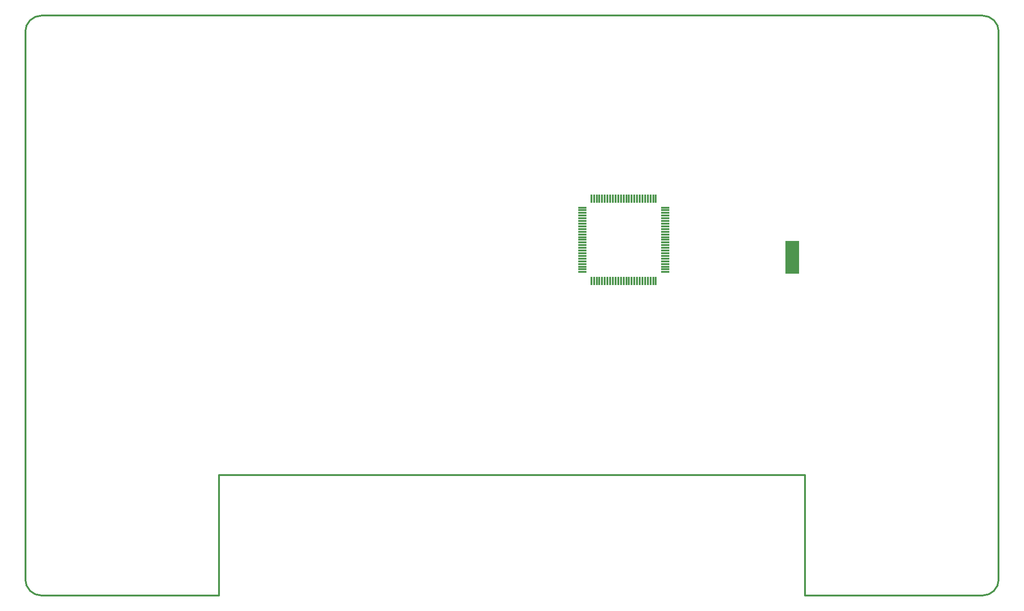
<source format=gtp>
G04 Layer_Color=8421504*
%FSLAX44Y44*%
%MOMM*%
G71*
G01*
G75*
%ADD10R,2.5000X6.2000*%
%ADD11R,1.5000X0.3000*%
%ADD12R,0.3000X1.5000*%
%ADD21C,0.3500*%
D10*
X1426499Y-450001D02*
D03*
D11*
X1035500Y-357500D02*
D03*
Y-362500D02*
D03*
Y-367500D02*
D03*
Y-372500D02*
D03*
Y-377500D02*
D03*
Y-382500D02*
D03*
Y-387500D02*
D03*
Y-392500D02*
D03*
Y-397500D02*
D03*
Y-402500D02*
D03*
Y-407500D02*
D03*
Y-412500D02*
D03*
Y-417500D02*
D03*
Y-422500D02*
D03*
Y-427500D02*
D03*
Y-432500D02*
D03*
Y-437500D02*
D03*
Y-442500D02*
D03*
Y-447500D02*
D03*
Y-452500D02*
D03*
Y-457500D02*
D03*
Y-462500D02*
D03*
Y-467500D02*
D03*
Y-472500D02*
D03*
Y-477500D02*
D03*
X1189500D02*
D03*
Y-472500D02*
D03*
Y-467500D02*
D03*
Y-462500D02*
D03*
Y-457500D02*
D03*
Y-452500D02*
D03*
Y-447500D02*
D03*
Y-442500D02*
D03*
Y-437500D02*
D03*
Y-432500D02*
D03*
Y-427500D02*
D03*
Y-422500D02*
D03*
Y-417500D02*
D03*
Y-412500D02*
D03*
Y-407500D02*
D03*
Y-402500D02*
D03*
Y-397500D02*
D03*
Y-392500D02*
D03*
Y-387500D02*
D03*
Y-382500D02*
D03*
Y-377500D02*
D03*
Y-372500D02*
D03*
Y-367500D02*
D03*
Y-362500D02*
D03*
Y-357500D02*
D03*
D12*
X1052500Y-494500D02*
D03*
X1057500D02*
D03*
X1062500D02*
D03*
X1067500D02*
D03*
X1072500D02*
D03*
X1077500D02*
D03*
X1082500D02*
D03*
X1087500D02*
D03*
X1092500D02*
D03*
X1097500D02*
D03*
X1102500D02*
D03*
X1107500D02*
D03*
X1112500D02*
D03*
X1117500D02*
D03*
X1122500D02*
D03*
X1127500D02*
D03*
X1132500D02*
D03*
X1137500D02*
D03*
X1142500D02*
D03*
X1147500D02*
D03*
X1152500D02*
D03*
X1157500D02*
D03*
X1162500D02*
D03*
X1167500D02*
D03*
X1172500D02*
D03*
Y-340500D02*
D03*
X1167500D02*
D03*
X1162500D02*
D03*
X1157500D02*
D03*
X1152500D02*
D03*
X1147500D02*
D03*
X1142500D02*
D03*
X1137500D02*
D03*
X1132500D02*
D03*
X1127500D02*
D03*
X1122500D02*
D03*
X1117500D02*
D03*
X1112500D02*
D03*
X1107500D02*
D03*
X1102500D02*
D03*
X1097500D02*
D03*
X1092500D02*
D03*
X1087500D02*
D03*
X1082500D02*
D03*
X1077500D02*
D03*
X1072500D02*
D03*
X1067500D02*
D03*
X1062500D02*
D03*
X1057500D02*
D03*
X1052500D02*
D03*
D21*
X30002Y-0D02*
G03*
X2Y-30000I0J-30000D01*
G01*
X1810000Y-30002D02*
G03*
X1780000Y-2I-30000J0D01*
G01*
X1779998Y-1080001D02*
G03*
X1809998Y-1050001I0J30000D01*
G01*
X0Y-1049999D02*
G03*
X30000Y-1079999I30000J0D01*
G01*
X30001Y0D02*
X1780000D01*
X1810000Y-1050001D02*
Y-30002D01*
X-0Y-1049999D02*
Y-30000D01*
X360000Y-1079999D02*
Y-855400D01*
X1450000D01*
Y-1080000D02*
Y-855400D01*
X30000Y-1079999D02*
X360000D01*
X1450001Y-1080001D02*
X1779998D01*
M02*

</source>
